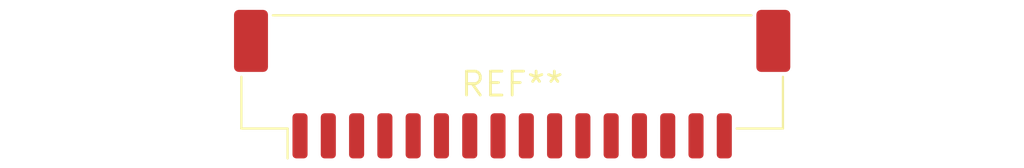
<source format=kicad_pcb>
(kicad_pcb (version 20240108) (generator pcbnew)
  (layers (0 "F.Cu" signal) (31 "B.Cu" signal) (34 "B.Paste" user) (35 "F.Paste" user) (36 "B.SilkS" user "B.Silkscreen") (37 "F.SilkS" user "F.Silkscreen") (38 "B.Mask" user) (39 "F.Mask" user) (44 "Edge.Cuts" user))
  (net 0 "")
  (footprint "JST_ZE_BM16B-ZESS-TBT_1x16-1MP_P1.50mm_Vertical" (layer "F.Cu") (at 0 0)
    (property "Reference" "REF**")
    (property "Value" "JST_ZE_BM16B-ZESS-TBT_1x16-1MP_P1.50mm_Vertical")
    (fp_line (start -14.36 -0.39) (end -14.36 2.36) (layer "F.SilkS") (stroke (width 0.12)))
    (fp_line (start -14.36 2.36) (end -11.91 2.36) (layer "F.SilkS") (stroke (width 0.12)))
    (fp_line (start -12.69 -3.66) (end 12.69 -3.66) (layer "F.SilkS") (stroke (width 0.12)))
    (fp_line (start -11.91 2.36) (end -11.91 3.95) (layer "F.SilkS") (stroke (width 0.12)))
    (fp_line (start 14.36 -0.39) (end 14.36 2.36) (layer "F.SilkS") (stroke (width 0.12)))
    (fp_line (start 14.36 2.36) (end 11.91 2.36) (layer "F.SilkS") (stroke (width 0.12)))
    (pad "1" smd roundrect (at -11.25 2.75) (size 0.8 2.4) (layers "F.Cu" "F.Paste" "F.Mask"))
    (pad "2" smd roundrect (at -9.75 2.75) (size 0.8 2.4) (layers "F.Cu" "F.Paste" "F.Mask"))
    (pad "3" smd roundrect (at -8.25 2.75) (size 0.8 2.4) (layers "F.Cu" "F.Paste" "F.Mask"))
    (pad "4" smd roundrect (at -6.75 2.75) (size 0.8 2.4) (layers "F.Cu" "F.Paste" "F.Mask"))
    (pad "5" smd roundrect (at -5.25 2.75) (size 0.8 2.4) (layers "F.Cu" "F.Paste" "F.Mask"))
    (pad "6" smd roundrect (at -3.75 2.75) (size 0.8 2.4) (layers "F.Cu" "F.Paste" "F.Mask"))
    (pad "7" smd roundrect (at -2.25 2.75) (size 0.8 2.4) (layers "F.Cu" "F.Paste" "F.Mask"))
    (pad "8" smd roundrect (at -0.75 2.75) (size 0.8 2.4) (layers "F.Cu" "F.Paste" "F.Mask"))
    (pad "9" smd roundrect (at 0.75 2.75) (size 0.8 2.4) (layers "F.Cu" "F.Paste" "F.Mask"))
    (pad "10" smd roundrect (at 2.25 2.75) (size 0.8 2.4) (layers "F.Cu" "F.Paste" "F.Mask"))
    (pad "11" smd roundrect (at 3.75 2.75) (size 0.8 2.4) (layers "F.Cu" "F.Paste" "F.Mask"))
    (pad "12" smd roundrect (at 5.25 2.75) (size 0.8 2.4) (layers "F.Cu" "F.Paste" "F.Mask"))
    (pad "13" smd roundrect (at 6.75 2.75) (size 0.8 2.4) (layers "F.Cu" "F.Paste" "F.Mask"))
    (pad "14" smd roundrect (at 8.25 2.75) (size 0.8 2.4) (layers "F.Cu" "F.Paste" "F.Mask"))
    (pad "15" smd roundrect (at 9.75 2.75) (size 0.8 2.4) (layers "F.Cu" "F.Paste" "F.Mask"))
    (pad "16" smd roundrect (at 11.25 2.75) (size 0.8 2.4) (layers "F.Cu" "F.Paste" "F.Mask"))
    (pad "MP" smd roundrect (at -13.85 -2.3) (size 1.8 3.3) (layers "F.Cu" "F.Paste" "F.Mask") (roundrect_rratio 0.138889))
    (pad "MP" smd roundrect (at 13.85 -2.3) (size 1.8 3.3) (layers "F.Cu" "F.Paste" "F.Mask") (roundrect_rratio 0.138889))
  )
)
</source>
